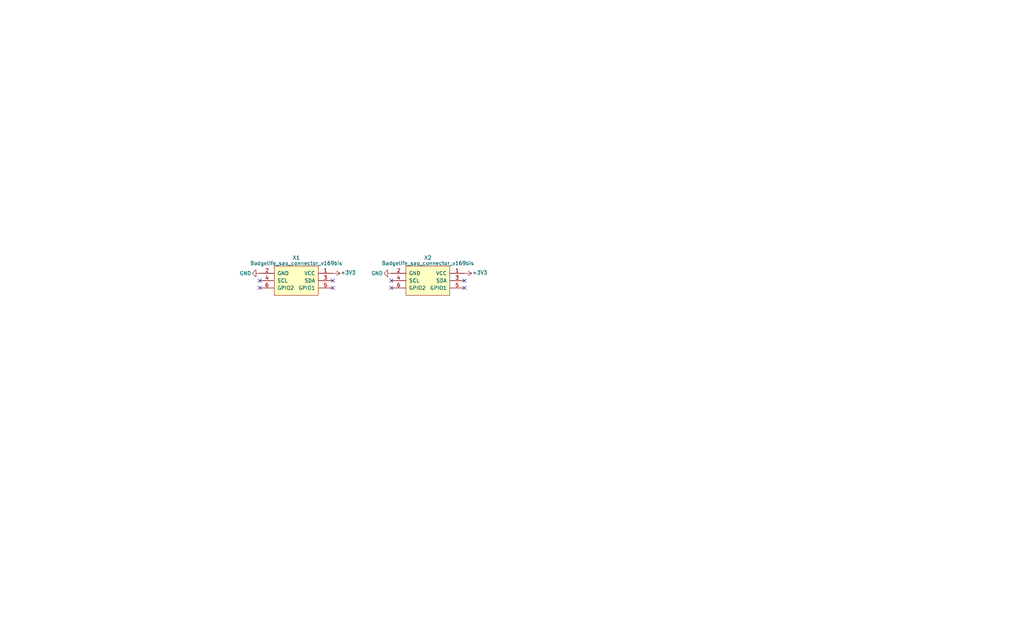
<source format=kicad_sch>
(kicad_sch (version 20231120) (generator "eeschema") (generator_version "8.0")
  (paper "USLegal")
  (title_block (title "DC32 Slow Scan Cat Detector Front Board") (date "2024-06-09") (rev "1.0") (company "DCZia") (comment 1 "@hamster"))
  (lib_symbols
    (symbol "badgelife_shitty_addon_v169bis:Badgelife_sao_connector_v169bis" (pin_names (offset 1.016))
      (property "Reference" "X" (at -7.112 8.382 0))
      (property "Value" "Badgelife_sao_connector_v169bis" (at 0 6.35 0))
      (symbol "Badgelife_sao_connector_v169bis_0_1"
        (rectangle (start 7.62 5.08) (end -7.62 -5.08) (fill (type background)))
      )
      (symbol "Badgelife_sao_connector_v169bis_1_1"
        (pin input line (at 12.7 2.54 180) (length 5.08) (name "VCC") (number "1"))
        (pin input line (at -12.7 2.54 0) (length 5.08) (name "GND") (number "2"))
        (pin input line (at 12.7 0 180) (length 5.08) (name "SDA") (number "3"))
        (pin input line (at -12.7 0 0) (length 5.08) (name "SCL") (number "4"))
        (pin input line (at 12.7 -2.54 180) (length 5.08) (name "GPIO1") (number "5"))
        (pin input line (at -12.7 -2.54 0) (length 5.08) (name "GPIO2") (number "6"))
      )
    )
    (symbol "power:+3V3" (power) (pin_names (offset 0))
      (property "Value" "+3V3" (at 0 3.556 0))
      (symbol "+3V3_0_1"
        (polyline (pts (xy -0.762 1.27) (xy 0 2.54)))
        (polyline (pts (xy 0 0) (xy 0 2.54)))
        (polyline (pts (xy 0 2.54) (xy 0.762 1.27)))
      )
      (symbol "+3V3_1_1"
        (pin power_in line (at 0 0 90) (length 0) hide (name "+3V3") (number "1"))
      )
    )
    (symbol "power:GND" (power) (pin_names (offset 0))
      (property "Value" "GND" (at 0 -3.81 0))
      (symbol "GND_0_1"
        (polyline (pts (xy 0 0) (xy 0 -1.27) (xy 1.27 -1.27) (xy 0 -2.54) (xy -1.27 -1.27) (xy 0 -1.27)))
      )
      (symbol "GND_1_1"
        (pin power_in line (at 0 0 270) (length 0) hide (name "GND") (number "1"))
      )
    )
  )
  (no_connect (at 90.17 97.536))
  (no_connect (at 115.57 100.076))
  (no_connect (at 115.57 97.536))
  (no_connect (at 161.29 100.076))
  (no_connect (at 90.17 100.076))
  (no_connect (at 135.89 97.536))
  (no_connect (at 135.89 100.076))
  (no_connect (at 161.29 97.536))
  (symbol (lib_id "power:+3V3") (at 115.57 94.996 270) (unit 1)
    (property "Reference" "#PWR088" (effects (hide yes)))
    (property "Value" "+3V3" (at 120.904 94.742 90))
  )
  (symbol (lib_id "power:GND") (at 90.17 94.996 270) (unit 1)
    (property "Reference" "#PWR087" (effects (hide yes)))
    (property "Value" "GND" (at 85.217 94.996 90))
  )
  (symbol (lib_id "badgelife_shitty_addon_v169bis:Badgelife_sao_connector_v169bis") (at 102.87 97.536 0) (unit 1)
    (property "Reference" "X1" (at 102.87 89.5731 0))
    (property "Value" "Badgelife_sao_connector_v169bis" (at 102.87 91.4941 0))
    (property "Footprint" "lib_fp:Badgelife-Shitty-v1.69bis-Minimal-Front" (effects (hide yes)))
  )
  (symbol (lib_id "badgelife_shitty_addon_v169bis:Badgelife_sao_connector_v169bis") (at 148.59 97.536 0) (unit 1)
    (property "Reference" "X2" (at 148.59 89.5731 0))
    (property "Value" "Badgelife_sao_connector_v169bis" (at 148.59 91.4941 0))
    (property "Footprint" "lib_fp:Badgelife-Shitty-v1.69bis-Minimal-Front" (effects (hide yes)))
  )
  (symbol (lib_id "power:GND") (at 135.89 94.996 270) (unit 1)
    (property "Reference" "#PWR089" (effects (hide yes)))
    (property "Value" "GND" (at 130.937 94.996 90))
  )
  (symbol (lib_id "power:+3V3") (at 161.29 94.996 270) (unit 1)
    (property "Reference" "#PWR090" (effects (hide yes)))
    (property "Value" "+3V3" (at 166.624 94.742 90))
  )
)
</source>
